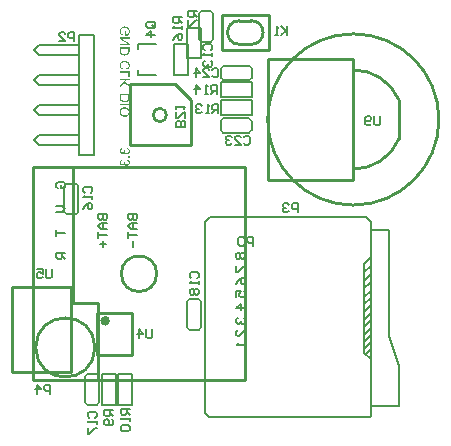
<source format=gbr>
%TF.GenerationSoftware,Altium Limited,Altium Designer,20.0.13 (296)*%
G04 Layer_Color=32896*
%FSLAX25Y25*%
%MOIN*%
%TF.FileFunction,Legend,Bot*%
%TF.Part,Single*%
G01*
G75*
%TA.AperFunction,NonConductor*%
%ADD70C,0.01000*%
%ADD71C,0.00600*%
%ADD72C,0.01575*%
%ADD73C,0.00787*%
%ADD74C,0.00500*%
G36*
X34651Y98489D02*
X34723Y98475D01*
X34790Y98454D01*
X34854Y98433D01*
X34914Y98408D01*
X34967Y98379D01*
X35021Y98351D01*
X35063Y98322D01*
X35106Y98294D01*
X35141Y98269D01*
X35173Y98244D01*
X35198Y98223D01*
X35219Y98202D01*
X35234Y98188D01*
X35241Y98181D01*
X35244Y98177D01*
X35291Y98124D01*
X35330Y98063D01*
X35361Y98007D01*
X35394Y97946D01*
X35418Y97886D01*
X35436Y97825D01*
X35454Y97769D01*
X35468Y97712D01*
X35479Y97659D01*
X35486Y97613D01*
X35493Y97570D01*
X35496Y97531D01*
Y97502D01*
X35500Y97478D01*
Y97460D01*
X35496Y97371D01*
X35486Y97289D01*
X35472Y97211D01*
X35454Y97137D01*
X35432Y97066D01*
X35408Y97002D01*
X35379Y96942D01*
X35351Y96888D01*
X35326Y96839D01*
X35298Y96796D01*
X35273Y96757D01*
X35252Y96728D01*
X35234Y96704D01*
X35219Y96686D01*
X35209Y96675D01*
X35205Y96672D01*
X35149Y96615D01*
X35088Y96569D01*
X35028Y96526D01*
X34964Y96491D01*
X34904Y96459D01*
X34843Y96434D01*
X34786Y96413D01*
X34730Y96395D01*
X34676Y96381D01*
X34630Y96374D01*
X34588Y96366D01*
X34549Y96359D01*
X34520D01*
X34495Y96356D01*
X34481D01*
X34478D01*
X34421D01*
X34364Y96363D01*
X34261Y96381D01*
X34172Y96409D01*
X34133Y96423D01*
X34098Y96438D01*
X34062Y96452D01*
X34034Y96466D01*
X34009Y96480D01*
X33991Y96494D01*
X33974Y96505D01*
X33963Y96512D01*
X33956Y96516D01*
X33952Y96519D01*
X33878Y96583D01*
X33817Y96658D01*
X33771Y96732D01*
X33732Y96803D01*
X33704Y96871D01*
X33693Y96899D01*
X33686Y96920D01*
X33679Y96942D01*
X33675Y96956D01*
X33672Y96966D01*
Y96970D01*
X33629Y96892D01*
X33586Y96824D01*
X33540Y96764D01*
X33494Y96718D01*
X33455Y96679D01*
X33423Y96654D01*
X33402Y96636D01*
X33398Y96633D01*
X33395D01*
X33327Y96594D01*
X33260Y96565D01*
X33196Y96544D01*
X33136Y96530D01*
X33086Y96523D01*
X33043Y96516D01*
X33029D01*
X33018D01*
X33011D01*
X33008D01*
X32926Y96519D01*
X32848Y96533D01*
X32777Y96555D01*
X32713Y96576D01*
X32660Y96597D01*
X32639Y96608D01*
X32621Y96618D01*
X32607Y96626D01*
X32592Y96633D01*
X32589Y96636D01*
X32585D01*
X32514Y96686D01*
X32454Y96743D01*
X32401Y96799D01*
X32355Y96856D01*
X32319Y96906D01*
X32294Y96945D01*
X32284Y96963D01*
X32277Y96974D01*
X32273Y96981D01*
Y96984D01*
X32234Y97069D01*
X32206Y97154D01*
X32184Y97240D01*
X32170Y97314D01*
X32163Y97382D01*
X32159Y97407D01*
X32156Y97431D01*
Y97478D01*
X32159Y97549D01*
X32167Y97616D01*
X32177Y97680D01*
X32191Y97744D01*
X32209Y97801D01*
X32227Y97854D01*
X32248Y97904D01*
X32266Y97946D01*
X32287Y97989D01*
X32309Y98024D01*
X32326Y98053D01*
X32344Y98081D01*
X32358Y98099D01*
X32369Y98117D01*
X32376Y98124D01*
X32380Y98127D01*
X32422Y98173D01*
X32472Y98216D01*
X32522Y98255D01*
X32571Y98290D01*
X32625Y98322D01*
X32674Y98347D01*
X32777Y98393D01*
X32823Y98411D01*
X32866Y98426D01*
X32905Y98436D01*
X32937Y98447D01*
X32965Y98454D01*
X32987Y98457D01*
X33001Y98461D01*
X33004D01*
X33075Y98060D01*
X32972Y98039D01*
X32884Y98010D01*
X32805Y97978D01*
X32745Y97943D01*
X32695Y97914D01*
X32664Y97886D01*
X32642Y97868D01*
X32635Y97861D01*
X32585Y97797D01*
X32550Y97733D01*
X32522Y97666D01*
X32504Y97605D01*
X32493Y97549D01*
X32490Y97527D01*
Y97506D01*
X32486Y97488D01*
Y97467D01*
X32493Y97382D01*
X32507Y97307D01*
X32532Y97240D01*
X32557Y97183D01*
X32585Y97140D01*
X32610Y97108D01*
X32625Y97087D01*
X32632Y97080D01*
X32660Y97052D01*
X32688Y97030D01*
X32752Y96991D01*
X32813Y96963D01*
X32869Y96945D01*
X32923Y96934D01*
X32962Y96931D01*
X32980Y96927D01*
X32990D01*
X32997D01*
X33001D01*
X33051Y96931D01*
X33097Y96938D01*
X33143Y96945D01*
X33182Y96959D01*
X33253Y96995D01*
X33310Y97030D01*
X33356Y97069D01*
X33388Y97105D01*
X33398Y97119D01*
X33406Y97126D01*
X33413Y97133D01*
Y97137D01*
X33459Y97215D01*
X33491Y97297D01*
X33516Y97375D01*
X33530Y97446D01*
X33540Y97506D01*
X33544Y97531D01*
Y97556D01*
X33547Y97574D01*
Y97620D01*
X33544Y97641D01*
X33540Y97659D01*
Y97666D01*
X33892Y97708D01*
X33878Y97648D01*
X33867Y97591D01*
X33860Y97545D01*
X33853Y97502D01*
Y97470D01*
X33849Y97446D01*
Y97424D01*
X33853Y97375D01*
X33856Y97325D01*
X33878Y97236D01*
X33906Y97158D01*
X33938Y97091D01*
X33974Y97037D01*
X33988Y97016D01*
X34002Y96998D01*
X34012Y96984D01*
X34023Y96974D01*
X34027Y96970D01*
X34030Y96966D01*
X34066Y96934D01*
X34101Y96906D01*
X34137Y96881D01*
X34176Y96860D01*
X34250Y96828D01*
X34325Y96803D01*
X34389Y96792D01*
X34414Y96789D01*
X34438Y96785D01*
X34456Y96782D01*
X34474D01*
X34481D01*
X34485D01*
X34538Y96785D01*
X34588Y96789D01*
X34683Y96814D01*
X34765Y96842D01*
X34836Y96878D01*
X34868Y96899D01*
X34893Y96917D01*
X34918Y96931D01*
X34936Y96945D01*
X34950Y96959D01*
X34960Y96970D01*
X34967Y96974D01*
X34971Y96977D01*
X35006Y97016D01*
X35035Y97055D01*
X35060Y97094D01*
X35085Y97133D01*
X35120Y97215D01*
X35141Y97293D01*
X35156Y97357D01*
X35159Y97389D01*
X35163Y97410D01*
X35166Y97431D01*
Y97460D01*
X35159Y97545D01*
X35141Y97627D01*
X35120Y97694D01*
X35092Y97755D01*
X35063Y97804D01*
X35042Y97840D01*
X35031Y97850D01*
X35024Y97861D01*
X35017Y97865D01*
Y97868D01*
X34985Y97896D01*
X34953Y97925D01*
X34879Y97975D01*
X34797Y98014D01*
X34715Y98046D01*
X34641Y98071D01*
X34609Y98077D01*
X34580Y98085D01*
X34556Y98092D01*
X34538Y98095D01*
X34527Y98099D01*
X34524D01*
X34577Y98500D01*
X34651Y98489D01*
D02*
G37*
G36*
X35443Y95273D02*
X34985D01*
Y95731D01*
X35443D01*
Y95273D01*
D02*
G37*
G36*
X34651Y94673D02*
X34723Y94659D01*
X34790Y94638D01*
X34854Y94616D01*
X34914Y94591D01*
X34967Y94563D01*
X35021Y94535D01*
X35063Y94506D01*
X35106Y94478D01*
X35141Y94453D01*
X35173Y94428D01*
X35198Y94407D01*
X35219Y94386D01*
X35234Y94371D01*
X35241Y94364D01*
X35244Y94361D01*
X35291Y94307D01*
X35330Y94247D01*
X35361Y94190D01*
X35394Y94130D01*
X35418Y94070D01*
X35436Y94009D01*
X35454Y93952D01*
X35468Y93896D01*
X35479Y93842D01*
X35486Y93796D01*
X35493Y93754D01*
X35496Y93715D01*
Y93686D01*
X35500Y93661D01*
Y93644D01*
X35496Y93555D01*
X35486Y93473D01*
X35472Y93395D01*
X35454Y93321D01*
X35432Y93249D01*
X35408Y93186D01*
X35379Y93125D01*
X35351Y93072D01*
X35326Y93022D01*
X35298Y92980D01*
X35273Y92941D01*
X35252Y92912D01*
X35234Y92888D01*
X35219Y92870D01*
X35209Y92859D01*
X35205Y92856D01*
X35149Y92799D01*
X35088Y92752D01*
X35028Y92710D01*
X34964Y92674D01*
X34904Y92642D01*
X34843Y92618D01*
X34786Y92596D01*
X34730Y92579D01*
X34676Y92564D01*
X34630Y92557D01*
X34588Y92550D01*
X34549Y92543D01*
X34520D01*
X34495Y92540D01*
X34481D01*
X34478D01*
X34421D01*
X34364Y92547D01*
X34261Y92564D01*
X34172Y92593D01*
X34133Y92607D01*
X34098Y92621D01*
X34062Y92635D01*
X34034Y92650D01*
X34009Y92664D01*
X33991Y92678D01*
X33974Y92689D01*
X33963Y92696D01*
X33956Y92699D01*
X33952Y92703D01*
X33878Y92767D01*
X33817Y92841D01*
X33771Y92916D01*
X33732Y92987D01*
X33704Y93054D01*
X33693Y93083D01*
X33686Y93104D01*
X33679Y93125D01*
X33675Y93139D01*
X33672Y93150D01*
Y93154D01*
X33629Y93076D01*
X33586Y93008D01*
X33540Y92948D01*
X33494Y92902D01*
X33455Y92863D01*
X33423Y92838D01*
X33402Y92820D01*
X33398Y92816D01*
X33395D01*
X33327Y92777D01*
X33260Y92749D01*
X33196Y92728D01*
X33136Y92713D01*
X33086Y92706D01*
X33043Y92699D01*
X33029D01*
X33018D01*
X33011D01*
X33008D01*
X32926Y92703D01*
X32848Y92717D01*
X32777Y92738D01*
X32713Y92760D01*
X32660Y92781D01*
X32639Y92792D01*
X32621Y92802D01*
X32607Y92809D01*
X32592Y92816D01*
X32589Y92820D01*
X32585D01*
X32514Y92870D01*
X32454Y92927D01*
X32401Y92983D01*
X32355Y93040D01*
X32319Y93090D01*
X32294Y93129D01*
X32284Y93147D01*
X32277Y93157D01*
X32273Y93164D01*
Y93168D01*
X32234Y93253D01*
X32206Y93338D01*
X32184Y93423D01*
X32170Y93498D01*
X32163Y93565D01*
X32159Y93590D01*
X32156Y93615D01*
Y93661D01*
X32159Y93732D01*
X32167Y93800D01*
X32177Y93864D01*
X32191Y93928D01*
X32209Y93984D01*
X32227Y94038D01*
X32248Y94087D01*
X32266Y94130D01*
X32287Y94173D01*
X32309Y94208D01*
X32326Y94236D01*
X32344Y94265D01*
X32358Y94283D01*
X32369Y94300D01*
X32376Y94307D01*
X32380Y94311D01*
X32422Y94357D01*
X32472Y94400D01*
X32522Y94439D01*
X32571Y94474D01*
X32625Y94506D01*
X32674Y94531D01*
X32777Y94577D01*
X32823Y94595D01*
X32866Y94609D01*
X32905Y94620D01*
X32937Y94630D01*
X32965Y94638D01*
X32987Y94641D01*
X33001Y94645D01*
X33004D01*
X33075Y94244D01*
X32972Y94222D01*
X32884Y94194D01*
X32805Y94162D01*
X32745Y94126D01*
X32695Y94098D01*
X32664Y94070D01*
X32642Y94052D01*
X32635Y94045D01*
X32585Y93981D01*
X32550Y93917D01*
X32522Y93849D01*
X32504Y93789D01*
X32493Y93732D01*
X32490Y93711D01*
Y93690D01*
X32486Y93672D01*
Y93651D01*
X32493Y93565D01*
X32507Y93491D01*
X32532Y93423D01*
X32557Y93367D01*
X32585Y93324D01*
X32610Y93292D01*
X32625Y93271D01*
X32632Y93264D01*
X32660Y93235D01*
X32688Y93214D01*
X32752Y93175D01*
X32813Y93147D01*
X32869Y93129D01*
X32923Y93118D01*
X32962Y93115D01*
X32980Y93111D01*
X32990D01*
X32997D01*
X33001D01*
X33051Y93115D01*
X33097Y93122D01*
X33143Y93129D01*
X33182Y93143D01*
X33253Y93178D01*
X33310Y93214D01*
X33356Y93253D01*
X33388Y93289D01*
X33398Y93303D01*
X33406Y93310D01*
X33413Y93317D01*
Y93321D01*
X33459Y93399D01*
X33491Y93480D01*
X33516Y93558D01*
X33530Y93629D01*
X33540Y93690D01*
X33544Y93715D01*
Y93739D01*
X33547Y93757D01*
Y93803D01*
X33544Y93825D01*
X33540Y93842D01*
Y93849D01*
X33892Y93892D01*
X33878Y93832D01*
X33867Y93775D01*
X33860Y93729D01*
X33853Y93686D01*
Y93654D01*
X33849Y93629D01*
Y93608D01*
X33853Y93558D01*
X33856Y93509D01*
X33878Y93420D01*
X33906Y93342D01*
X33938Y93274D01*
X33974Y93221D01*
X33988Y93200D01*
X34002Y93182D01*
X34012Y93168D01*
X34023Y93157D01*
X34027Y93154D01*
X34030Y93150D01*
X34066Y93118D01*
X34101Y93090D01*
X34137Y93065D01*
X34176Y93044D01*
X34250Y93012D01*
X34325Y92987D01*
X34389Y92976D01*
X34414Y92973D01*
X34438Y92969D01*
X34456Y92966D01*
X34474D01*
X34481D01*
X34485D01*
X34538Y92969D01*
X34588Y92973D01*
X34683Y92997D01*
X34765Y93026D01*
X34836Y93061D01*
X34868Y93083D01*
X34893Y93101D01*
X34918Y93115D01*
X34936Y93129D01*
X34950Y93143D01*
X34960Y93154D01*
X34967Y93157D01*
X34971Y93161D01*
X35006Y93200D01*
X35035Y93239D01*
X35060Y93278D01*
X35085Y93317D01*
X35120Y93399D01*
X35141Y93477D01*
X35156Y93541D01*
X35159Y93573D01*
X35163Y93594D01*
X35166Y93615D01*
Y93644D01*
X35159Y93729D01*
X35141Y93810D01*
X35120Y93878D01*
X35092Y93938D01*
X35063Y93988D01*
X35042Y94024D01*
X35031Y94034D01*
X35024Y94045D01*
X35017Y94048D01*
Y94052D01*
X34985Y94080D01*
X34953Y94109D01*
X34879Y94158D01*
X34797Y94197D01*
X34715Y94229D01*
X34641Y94254D01*
X34609Y94261D01*
X34580Y94268D01*
X34556Y94275D01*
X34538Y94279D01*
X34527Y94283D01*
X34524D01*
X34577Y94684D01*
X34651Y94673D01*
D02*
G37*
G36*
X35447Y115318D02*
X35443Y115211D01*
X35440Y115112D01*
X35429Y115023D01*
X35418Y114945D01*
X35415Y114913D01*
X35411Y114885D01*
X35404Y114856D01*
X35401Y114835D01*
X35397Y114817D01*
Y114807D01*
X35394Y114799D01*
Y114796D01*
X35369Y114714D01*
X35344Y114636D01*
X35315Y114569D01*
X35291Y114512D01*
X35266Y114466D01*
X35248Y114430D01*
X35234Y114409D01*
X35230Y114406D01*
Y114402D01*
X35184Y114342D01*
X35138Y114285D01*
X35088Y114235D01*
X35039Y114192D01*
X34996Y114153D01*
X34964Y114129D01*
X34950Y114118D01*
X34939Y114111D01*
X34936Y114104D01*
X34932D01*
X34857Y114054D01*
X34779Y114011D01*
X34698Y113972D01*
X34623Y113940D01*
X34556Y113916D01*
X34527Y113905D01*
X34502Y113894D01*
X34485Y113891D01*
X34470Y113884D01*
X34460Y113880D01*
X34456D01*
X34343Y113852D01*
X34229Y113830D01*
X34119Y113813D01*
X34016Y113802D01*
X33970Y113798D01*
X33927Y113795D01*
X33888D01*
X33856Y113791D01*
X33828D01*
X33810D01*
X33796D01*
X33792D01*
X33633Y113798D01*
X33558Y113802D01*
X33487Y113813D01*
X33420Y113823D01*
X33356Y113834D01*
X33295Y113845D01*
X33239Y113855D01*
X33189Y113869D01*
X33146Y113880D01*
X33107Y113891D01*
X33075Y113901D01*
X33051Y113912D01*
X33029Y113916D01*
X33018Y113923D01*
X33015D01*
X32894Y113976D01*
X32784Y114036D01*
X32735Y114068D01*
X32688Y114100D01*
X32646Y114132D01*
X32607Y114164D01*
X32571Y114192D01*
X32543Y114221D01*
X32514Y114246D01*
X32493Y114267D01*
X32475Y114285D01*
X32465Y114299D01*
X32458Y114306D01*
X32454Y114310D01*
X32394Y114388D01*
X32344Y114469D01*
X32305Y114548D01*
X32273Y114622D01*
X32248Y114690D01*
X32241Y114718D01*
X32234Y114743D01*
X32227Y114760D01*
X32223Y114775D01*
X32220Y114785D01*
Y114789D01*
X32213Y114828D01*
X32202Y114871D01*
X32191Y114966D01*
X32181Y115062D01*
X32177Y115158D01*
X32174Y115201D01*
Y115243D01*
X32170Y115279D01*
Y116500D01*
X35447D01*
Y115318D01*
D02*
G37*
G36*
Y112687D02*
X32170D01*
Y113120D01*
X35447D01*
Y112687D01*
D02*
G37*
G36*
X33931Y112052D02*
X34012Y112048D01*
X34162Y112027D01*
X34233Y112013D01*
X34300Y111999D01*
X34364Y111981D01*
X34421Y111963D01*
X34478Y111945D01*
X34524Y111928D01*
X34566Y111913D01*
X34602Y111899D01*
X34630Y111889D01*
X34651Y111878D01*
X34666Y111874D01*
X34669Y111871D01*
X34740Y111832D01*
X34808Y111793D01*
X34868Y111750D01*
X34928Y111704D01*
X34982Y111658D01*
X35031Y111612D01*
X35078Y111569D01*
X35120Y111523D01*
X35156Y111480D01*
X35188Y111441D01*
X35216Y111406D01*
X35237Y111377D01*
X35255Y111353D01*
X35269Y111331D01*
X35276Y111320D01*
X35280Y111317D01*
X35319Y111246D01*
X35351Y111175D01*
X35383Y111104D01*
X35408Y111033D01*
X35429Y110962D01*
X35447Y110895D01*
X35461Y110827D01*
X35472Y110767D01*
X35482Y110706D01*
X35489Y110657D01*
X35493Y110607D01*
X35496Y110568D01*
X35500Y110536D01*
Y110490D01*
X35496Y110412D01*
X35493Y110334D01*
X35468Y110185D01*
X35454Y110117D01*
X35436Y110050D01*
X35418Y109989D01*
X35401Y109932D01*
X35383Y109879D01*
X35365Y109833D01*
X35347Y109794D01*
X35333Y109758D01*
X35319Y109730D01*
X35308Y109712D01*
X35305Y109698D01*
X35301Y109695D01*
X35262Y109627D01*
X35216Y109563D01*
X35170Y109503D01*
X35124Y109450D01*
X35074Y109400D01*
X35024Y109350D01*
X34975Y109308D01*
X34928Y109269D01*
X34882Y109237D01*
X34840Y109205D01*
X34801Y109180D01*
X34769Y109159D01*
X34744Y109144D01*
X34723Y109134D01*
X34708Y109127D01*
X34705Y109123D01*
X34630Y109088D01*
X34552Y109056D01*
X34478Y109031D01*
X34400Y109006D01*
X34325Y108985D01*
X34250Y108970D01*
X34179Y108956D01*
X34112Y108946D01*
X34048Y108939D01*
X33991Y108931D01*
X33942Y108928D01*
X33899Y108924D01*
X33863Y108921D01*
X33835D01*
X33821D01*
X33814D01*
X33721Y108924D01*
X33636Y108928D01*
X33551Y108939D01*
X33469Y108949D01*
X33395Y108963D01*
X33320Y108981D01*
X33253Y108999D01*
X33193Y109017D01*
X33136Y109034D01*
X33086Y109052D01*
X33040Y109066D01*
X33004Y109084D01*
X32976Y109095D01*
X32955Y109105D01*
X32940Y109109D01*
X32937Y109112D01*
X32866Y109151D01*
X32798Y109190D01*
X32735Y109237D01*
X32678Y109279D01*
X32625Y109325D01*
X32575Y109372D01*
X32529Y109418D01*
X32486Y109464D01*
X32451Y109506D01*
X32419Y109546D01*
X32390Y109578D01*
X32369Y109609D01*
X32351Y109634D01*
X32340Y109652D01*
X32333Y109666D01*
X32330Y109670D01*
X32291Y109741D01*
X32259Y109808D01*
X32230Y109879D01*
X32206Y109950D01*
X32184Y110021D01*
X32166Y110089D01*
X32152Y110153D01*
X32142Y110216D01*
X32131Y110273D01*
X32124Y110323D01*
X32120Y110369D01*
X32117Y110412D01*
X32113Y110444D01*
Y110486D01*
X32117Y110614D01*
X32135Y110735D01*
X32156Y110848D01*
X32184Y110955D01*
X32220Y111058D01*
X32259Y111150D01*
X32301Y111235D01*
X32344Y111313D01*
X32387Y111384D01*
X32429Y111445D01*
X32468Y111495D01*
X32504Y111541D01*
X32532Y111573D01*
X32553Y111597D01*
X32571Y111615D01*
X32575Y111619D01*
X32664Y111697D01*
X32763Y111764D01*
X32862Y111821D01*
X32969Y111871D01*
X33075Y111913D01*
X33182Y111949D01*
X33285Y111977D01*
X33388Y112002D01*
X33484Y112020D01*
X33569Y112030D01*
X33650Y112041D01*
X33718Y112048D01*
X33775Y112052D01*
X33796D01*
X33817Y112055D01*
X33832D01*
X33842D01*
X33849D01*
X33853D01*
X33931Y112052D01*
D02*
G37*
G36*
X33913Y138996D02*
X34002Y138993D01*
X34084Y138982D01*
X34165Y138968D01*
X34240Y138954D01*
X34314Y138936D01*
X34382Y138918D01*
X34442Y138901D01*
X34499Y138883D01*
X34549Y138865D01*
X34591Y138847D01*
X34630Y138833D01*
X34659Y138819D01*
X34680Y138808D01*
X34694Y138805D01*
X34698Y138801D01*
X34769Y138762D01*
X34836Y138716D01*
X34896Y138670D01*
X34957Y138624D01*
X35010Y138574D01*
X35056Y138524D01*
X35102Y138475D01*
X35141Y138428D01*
X35177Y138382D01*
X35209Y138340D01*
X35234Y138301D01*
X35255Y138269D01*
X35273Y138244D01*
X35283Y138223D01*
X35291Y138208D01*
X35294Y138205D01*
X35330Y138130D01*
X35361Y138052D01*
X35390Y137978D01*
X35411Y137903D01*
X35432Y137825D01*
X35450Y137754D01*
X35465Y137683D01*
X35475Y137619D01*
X35482Y137559D01*
X35489Y137502D01*
X35493Y137452D01*
X35496Y137410D01*
X35500Y137374D01*
Y137328D01*
X35493Y137197D01*
X35479Y137069D01*
X35461Y136952D01*
X35447Y136898D01*
X35436Y136845D01*
X35425Y136799D01*
X35411Y136760D01*
X35401Y136721D01*
X35394Y136693D01*
X35383Y136664D01*
X35379Y136646D01*
X35372Y136636D01*
Y136632D01*
X35319Y136504D01*
X35259Y136384D01*
X35195Y136274D01*
X35163Y136220D01*
X35134Y136174D01*
X35106Y136132D01*
X35078Y136092D01*
X35056Y136057D01*
X35035Y136029D01*
X35017Y136004D01*
X35003Y135986D01*
X34996Y135975D01*
X34992Y135972D01*
X33775D01*
Y137360D01*
X34162D01*
Y136398D01*
X34776D01*
X34822Y136455D01*
X34861Y136519D01*
X34900Y136586D01*
X34936Y136653D01*
X34964Y136714D01*
X34978Y136739D01*
X34989Y136760D01*
X34996Y136781D01*
X35003Y136795D01*
X35006Y136802D01*
Y136806D01*
X35042Y136906D01*
X35067Y137005D01*
X35088Y137097D01*
X35099Y137179D01*
X35102Y137218D01*
X35106Y137250D01*
X35109Y137278D01*
Y137303D01*
X35113Y137324D01*
Y137353D01*
X35106Y137473D01*
X35092Y137587D01*
X35067Y137690D01*
X35056Y137740D01*
X35042Y137782D01*
X35028Y137821D01*
X35017Y137857D01*
X35003Y137889D01*
X34992Y137917D01*
X34985Y137938D01*
X34978Y137953D01*
X34971Y137963D01*
Y137967D01*
X34943Y138020D01*
X34911Y138070D01*
X34843Y138155D01*
X34769Y138230D01*
X34698Y138294D01*
X34634Y138340D01*
X34605Y138361D01*
X34584Y138375D01*
X34563Y138389D01*
X34549Y138397D01*
X34538Y138400D01*
X34534Y138404D01*
X34417Y138453D01*
X34293Y138489D01*
X34172Y138517D01*
X34055Y138535D01*
X34002Y138539D01*
X33952Y138546D01*
X33910Y138549D01*
X33871D01*
X33842Y138553D01*
X33817D01*
X33803D01*
X33799D01*
X33668Y138546D01*
X33544Y138531D01*
X33434Y138514D01*
X33381Y138503D01*
X33334Y138489D01*
X33292Y138478D01*
X33253Y138468D01*
X33221Y138457D01*
X33193Y138446D01*
X33168Y138439D01*
X33153Y138432D01*
X33143Y138428D01*
X33139D01*
X33075Y138400D01*
X33015Y138368D01*
X32958Y138333D01*
X32912Y138301D01*
X32873Y138272D01*
X32841Y138247D01*
X32823Y138233D01*
X32816Y138226D01*
X32763Y138173D01*
X32717Y138112D01*
X32674Y138056D01*
X32639Y137999D01*
X32610Y137949D01*
X32592Y137910D01*
X32585Y137896D01*
X32578Y137885D01*
X32575Y137878D01*
Y137875D01*
X32543Y137789D01*
X32522Y137704D01*
X32504Y137616D01*
X32493Y137537D01*
X32490Y137498D01*
X32486Y137466D01*
Y137434D01*
X32482Y137410D01*
Y137360D01*
X32486Y137271D01*
X32497Y137186D01*
X32511Y137111D01*
X32525Y137044D01*
X32543Y136991D01*
X32550Y136966D01*
X32557Y136948D01*
X32564Y136934D01*
X32568Y136923D01*
X32571Y136916D01*
Y136913D01*
X32607Y136842D01*
X32642Y136778D01*
X32681Y136724D01*
X32717Y136678D01*
X32752Y136646D01*
X32777Y136621D01*
X32795Y136604D01*
X32802Y136600D01*
X32859Y136561D01*
X32923Y136526D01*
X32987Y136494D01*
X33051Y136465D01*
X33107Y136444D01*
X33132Y136437D01*
X33150Y136430D01*
X33168Y136423D01*
X33182Y136419D01*
X33189Y136416D01*
X33193D01*
X33086Y136021D01*
X32969Y136057D01*
X32862Y136096D01*
X32816Y136117D01*
X32770Y136139D01*
X32731Y136156D01*
X32695Y136178D01*
X32660Y136196D01*
X32632Y136213D01*
X32607Y136231D01*
X32585Y136242D01*
X32571Y136256D01*
X32561Y136263D01*
X32553Y136267D01*
X32550Y136270D01*
X32475Y136337D01*
X32412Y136408D01*
X32358Y136483D01*
X32312Y136558D01*
X32277Y136621D01*
X32262Y136650D01*
X32252Y136675D01*
X32241Y136693D01*
X32234Y136707D01*
X32230Y136717D01*
Y136721D01*
X32191Y136831D01*
X32163Y136941D01*
X32142Y137051D01*
X32127Y137150D01*
X32124Y137197D01*
X32120Y137236D01*
X32117Y137271D01*
X32113Y137303D01*
Y137363D01*
X32117Y137452D01*
X32120Y137541D01*
X32131Y137626D01*
X32145Y137704D01*
X32159Y137782D01*
X32177Y137853D01*
X32195Y137921D01*
X32213Y137981D01*
X32234Y138034D01*
X32252Y138084D01*
X32269Y138127D01*
X32284Y138162D01*
X32298Y138191D01*
X32309Y138212D01*
X32312Y138226D01*
X32316Y138230D01*
X32355Y138297D01*
X32401Y138361D01*
X32447Y138421D01*
X32497Y138475D01*
X32550Y138528D01*
X32600Y138574D01*
X32649Y138617D01*
X32699Y138656D01*
X32749Y138688D01*
X32791Y138719D01*
X32830Y138744D01*
X32866Y138766D01*
X32894Y138780D01*
X32916Y138791D01*
X32930Y138798D01*
X32933Y138801D01*
X33011Y138837D01*
X33090Y138865D01*
X33168Y138893D01*
X33246Y138915D01*
X33395Y138950D01*
X33466Y138964D01*
X33533Y138975D01*
X33594Y138982D01*
X33650Y138989D01*
X33700Y138993D01*
X33743Y138996D01*
X33778Y139000D01*
X33803D01*
X33817D01*
X33824D01*
X33913Y138996D01*
D02*
G37*
G36*
X35447Y134921D02*
X32877D01*
X35447Y133203D01*
Y132755D01*
X32170D01*
Y133171D01*
X34744D01*
X32170Y134893D01*
Y135336D01*
X35447D01*
Y134921D01*
D02*
G37*
G36*
Y130846D02*
X35443Y130739D01*
X35440Y130640D01*
X35429Y130551D01*
X35418Y130473D01*
X35415Y130441D01*
X35411Y130412D01*
X35404Y130384D01*
X35401Y130363D01*
X35397Y130345D01*
Y130334D01*
X35394Y130327D01*
Y130324D01*
X35369Y130242D01*
X35344Y130164D01*
X35315Y130097D01*
X35291Y130040D01*
X35266Y129994D01*
X35248Y129958D01*
X35234Y129937D01*
X35230Y129933D01*
Y129930D01*
X35184Y129869D01*
X35138Y129813D01*
X35088Y129763D01*
X35039Y129720D01*
X34996Y129681D01*
X34964Y129656D01*
X34950Y129646D01*
X34939Y129639D01*
X34936Y129631D01*
X34932D01*
X34857Y129582D01*
X34779Y129539D01*
X34698Y129500D01*
X34623Y129468D01*
X34556Y129443D01*
X34527Y129433D01*
X34502Y129422D01*
X34485Y129419D01*
X34470Y129411D01*
X34460Y129408D01*
X34456D01*
X34343Y129379D01*
X34229Y129358D01*
X34119Y129340D01*
X34016Y129330D01*
X33970Y129326D01*
X33927Y129323D01*
X33888D01*
X33856Y129319D01*
X33828D01*
X33810D01*
X33796D01*
X33792D01*
X33633Y129326D01*
X33558Y129330D01*
X33487Y129340D01*
X33420Y129351D01*
X33356Y129362D01*
X33295Y129372D01*
X33239Y129383D01*
X33189Y129397D01*
X33146Y129408D01*
X33107Y129419D01*
X33075Y129429D01*
X33051Y129440D01*
X33029Y129443D01*
X33018Y129451D01*
X33015D01*
X32894Y129504D01*
X32784Y129564D01*
X32735Y129596D01*
X32688Y129628D01*
X32646Y129660D01*
X32607Y129692D01*
X32571Y129720D01*
X32543Y129749D01*
X32514Y129773D01*
X32493Y129795D01*
X32475Y129813D01*
X32465Y129827D01*
X32458Y129834D01*
X32454Y129837D01*
X32394Y129915D01*
X32344Y129997D01*
X32305Y130075D01*
X32273Y130150D01*
X32248Y130217D01*
X32241Y130246D01*
X32234Y130271D01*
X32227Y130288D01*
X32223Y130303D01*
X32220Y130313D01*
Y130317D01*
X32213Y130356D01*
X32202Y130398D01*
X32191Y130494D01*
X32181Y130590D01*
X32177Y130686D01*
X32174Y130728D01*
Y130771D01*
X32170Y130807D01*
Y132028D01*
X35447D01*
Y130846D01*
D02*
G37*
G36*
X33871Y127496D02*
X33956Y127493D01*
X34119Y127472D01*
X34197Y127461D01*
X34268Y127447D01*
X34336Y127429D01*
X34400Y127415D01*
X34456Y127397D01*
X34510Y127383D01*
X34552Y127369D01*
X34591Y127354D01*
X34620Y127344D01*
X34644Y127337D01*
X34659Y127333D01*
X34662Y127330D01*
X34737Y127294D01*
X34808Y127259D01*
X34872Y127219D01*
X34932Y127177D01*
X34989Y127134D01*
X35039Y127095D01*
X35085Y127053D01*
X35127Y127014D01*
X35166Y126975D01*
X35198Y126939D01*
X35223Y126907D01*
X35248Y126879D01*
X35266Y126857D01*
X35276Y126840D01*
X35283Y126829D01*
X35287Y126825D01*
X35326Y126762D01*
X35358Y126694D01*
X35386Y126623D01*
X35411Y126549D01*
X35429Y126478D01*
X35447Y126407D01*
X35461Y126336D01*
X35472Y126268D01*
X35482Y126204D01*
X35489Y126147D01*
X35493Y126094D01*
X35496Y126052D01*
X35500Y126013D01*
Y125963D01*
X35496Y125867D01*
X35489Y125778D01*
X35475Y125693D01*
X35457Y125611D01*
X35436Y125533D01*
X35411Y125462D01*
X35386Y125398D01*
X35361Y125338D01*
X35337Y125281D01*
X35312Y125235D01*
X35287Y125192D01*
X35266Y125161D01*
X35248Y125132D01*
X35234Y125114D01*
X35227Y125100D01*
X35223Y125097D01*
X35166Y125033D01*
X35106Y124972D01*
X35042Y124919D01*
X34978Y124869D01*
X34911Y124823D01*
X34840Y124784D01*
X34776Y124749D01*
X34708Y124717D01*
X34648Y124688D01*
X34591Y124667D01*
X34538Y124646D01*
X34495Y124632D01*
X34456Y124617D01*
X34431Y124610D01*
X34414Y124603D01*
X34407D01*
X34297Y125036D01*
X34371Y125054D01*
X34442Y125079D01*
X34510Y125104D01*
X34570Y125129D01*
X34627Y125157D01*
X34676Y125185D01*
X34723Y125214D01*
X34765Y125242D01*
X34801Y125271D01*
X34833Y125295D01*
X34861Y125320D01*
X34882Y125338D01*
X34900Y125356D01*
X34911Y125370D01*
X34918Y125377D01*
X34921Y125381D01*
X34957Y125430D01*
X34989Y125480D01*
X35017Y125530D01*
X35042Y125583D01*
X35063Y125636D01*
X35081Y125686D01*
X35106Y125785D01*
X35113Y125828D01*
X35120Y125871D01*
X35124Y125906D01*
X35127Y125938D01*
X35131Y125963D01*
Y125998D01*
X35127Y126055D01*
X35124Y126108D01*
X35106Y126211D01*
X35081Y126307D01*
X35053Y126389D01*
X35039Y126424D01*
X35028Y126456D01*
X35014Y126485D01*
X35003Y126509D01*
X34992Y126531D01*
X34985Y126545D01*
X34978Y126552D01*
Y126556D01*
X34946Y126602D01*
X34914Y126644D01*
X34840Y126723D01*
X34765Y126786D01*
X34687Y126840D01*
X34620Y126879D01*
X34591Y126897D01*
X34563Y126911D01*
X34541Y126918D01*
X34527Y126925D01*
X34517Y126932D01*
X34513D01*
X34392Y126971D01*
X34268Y127003D01*
X34144Y127024D01*
X34087Y127031D01*
X34030Y127039D01*
X33977Y127042D01*
X33931Y127046D01*
X33888Y127049D01*
X33853D01*
X33821Y127053D01*
X33799D01*
X33785D01*
X33782D01*
X33661Y127049D01*
X33547Y127039D01*
X33441Y127021D01*
X33391Y127014D01*
X33345Y127003D01*
X33306Y126992D01*
X33267Y126985D01*
X33235Y126975D01*
X33207Y126968D01*
X33185Y126964D01*
X33168Y126957D01*
X33157Y126953D01*
X33153D01*
X33043Y126907D01*
X32947Y126854D01*
X32866Y126797D01*
X32830Y126765D01*
X32795Y126737D01*
X32767Y126708D01*
X32742Y126683D01*
X32717Y126659D01*
X32699Y126641D01*
X32685Y126623D01*
X32674Y126609D01*
X32671Y126602D01*
X32667Y126598D01*
X32635Y126549D01*
X32607Y126499D01*
X32582Y126446D01*
X32561Y126392D01*
X32529Y126286D01*
X32504Y126183D01*
X32497Y126140D01*
X32493Y126098D01*
X32490Y126059D01*
X32486Y126027D01*
X32482Y125998D01*
Y125902D01*
X32490Y125846D01*
X32507Y125739D01*
X32536Y125647D01*
X32550Y125608D01*
X32564Y125569D01*
X32578Y125533D01*
X32592Y125505D01*
X32607Y125480D01*
X32621Y125459D01*
X32632Y125441D01*
X32639Y125430D01*
X32642Y125423D01*
X32646Y125420D01*
X32678Y125381D01*
X32713Y125342D01*
X32795Y125278D01*
X32884Y125217D01*
X32969Y125171D01*
X33047Y125136D01*
X33079Y125118D01*
X33107Y125107D01*
X33132Y125097D01*
X33153Y125093D01*
X33164Y125086D01*
X33168D01*
X33068Y124660D01*
X32987Y124688D01*
X32908Y124720D01*
X32834Y124752D01*
X32767Y124791D01*
X32703Y124827D01*
X32646Y124866D01*
X32592Y124905D01*
X32546Y124944D01*
X32504Y124983D01*
X32468Y125015D01*
X32436Y125047D01*
X32412Y125075D01*
X32390Y125097D01*
X32376Y125114D01*
X32369Y125125D01*
X32365Y125129D01*
X32319Y125192D01*
X32284Y125260D01*
X32248Y125327D01*
X32220Y125398D01*
X32195Y125469D01*
X32174Y125537D01*
X32159Y125604D01*
X32145Y125668D01*
X32135Y125728D01*
X32127Y125782D01*
X32120Y125831D01*
X32117Y125874D01*
X32113Y125910D01*
Y125956D01*
X32117Y126037D01*
X32120Y126116D01*
X32145Y126261D01*
X32159Y126332D01*
X32177Y126396D01*
X32195Y126460D01*
X32213Y126517D01*
X32230Y126566D01*
X32248Y126612D01*
X32266Y126655D01*
X32280Y126687D01*
X32294Y126715D01*
X32305Y126733D01*
X32309Y126747D01*
X32312Y126751D01*
X32351Y126815D01*
X32394Y126879D01*
X32440Y126936D01*
X32486Y126989D01*
X32536Y127039D01*
X32582Y127085D01*
X32632Y127124D01*
X32674Y127163D01*
X32720Y127195D01*
X32759Y127223D01*
X32795Y127248D01*
X32827Y127269D01*
X32855Y127283D01*
X32873Y127294D01*
X32887Y127301D01*
X32891Y127305D01*
X32962Y127340D01*
X33040Y127369D01*
X33114Y127393D01*
X33189Y127418D01*
X33342Y127454D01*
X33413Y127464D01*
X33480Y127475D01*
X33544Y127482D01*
X33601Y127489D01*
X33654Y127493D01*
X33700Y127496D01*
X33736Y127500D01*
X33764D01*
X33778D01*
X33785D01*
X33871Y127496D01*
D02*
G37*
G36*
X35447Y122040D02*
X35060D01*
Y123655D01*
X32170D01*
Y124088D01*
X35447D01*
Y122040D01*
D02*
G37*
G36*
Y121110D02*
X34311D01*
X33792Y120574D01*
X35447Y119410D01*
Y118834D01*
X33498Y120269D01*
X32170Y118895D01*
Y119484D01*
X33792Y121110D01*
X32170D01*
Y121543D01*
X35447D01*
Y121110D01*
D02*
G37*
%LPC*%
G36*
X35060Y116067D02*
X32557D01*
Y115311D01*
X32561Y115247D01*
X32564Y115187D01*
X32568Y115130D01*
X32571Y115080D01*
X32578Y115034D01*
X32585Y114991D01*
X32589Y114956D01*
X32596Y114924D01*
X32603Y114895D01*
X32610Y114874D01*
X32614Y114853D01*
X32617Y114839D01*
X32621Y114828D01*
X32625Y114824D01*
Y114821D01*
X32646Y114775D01*
X32667Y114732D01*
X32724Y114654D01*
X32784Y114583D01*
X32848Y114523D01*
X32905Y114477D01*
X32930Y114455D01*
X32951Y114441D01*
X32972Y114427D01*
X32987Y114416D01*
X32994Y114413D01*
X32997Y114409D01*
X33051Y114381D01*
X33111Y114352D01*
X33235Y114310D01*
X33366Y114281D01*
X33494Y114260D01*
X33555Y114253D01*
X33608Y114246D01*
X33658Y114242D01*
X33700D01*
X33736Y114239D01*
X33764D01*
X33778D01*
X33785D01*
X33920Y114242D01*
X34041Y114253D01*
X34098Y114260D01*
X34147Y114267D01*
X34197Y114274D01*
X34240Y114281D01*
X34279Y114292D01*
X34314Y114299D01*
X34346Y114306D01*
X34371Y114313D01*
X34392Y114320D01*
X34407Y114324D01*
X34414Y114327D01*
X34417D01*
X34510Y114363D01*
X34591Y114402D01*
X34662Y114441D01*
X34723Y114477D01*
X34769Y114512D01*
X34804Y114540D01*
X34826Y114558D01*
X34829Y114562D01*
X34833Y114565D01*
X34872Y114608D01*
X34907Y114657D01*
X34936Y114707D01*
X34960Y114753D01*
X34978Y114796D01*
X34992Y114828D01*
X34996Y114842D01*
X34999Y114853D01*
X35003Y114856D01*
Y114860D01*
X35021Y114934D01*
X35035Y115016D01*
X35046Y115101D01*
X35053Y115183D01*
X35056Y115254D01*
Y115286D01*
X35060Y115314D01*
Y116067D01*
D02*
G37*
G36*
X33885Y111608D02*
X33867D01*
X33860D01*
X33725Y111604D01*
X33601Y111594D01*
X33487Y111576D01*
X33384Y111555D01*
X33288Y111530D01*
X33203Y111505D01*
X33125Y111473D01*
X33054Y111441D01*
X32997Y111413D01*
X32944Y111381D01*
X32901Y111356D01*
X32866Y111328D01*
X32841Y111310D01*
X32820Y111292D01*
X32809Y111282D01*
X32805Y111278D01*
X32749Y111214D01*
X32699Y111147D01*
X32656Y111079D01*
X32621Y111012D01*
X32589Y110948D01*
X32564Y110880D01*
X32543Y110816D01*
X32525Y110756D01*
X32514Y110699D01*
X32504Y110650D01*
X32497Y110603D01*
X32490Y110564D01*
Y110529D01*
X32486Y110508D01*
Y110426D01*
X32493Y110366D01*
X32511Y110256D01*
X32539Y110156D01*
X32553Y110114D01*
X32568Y110071D01*
X32585Y110032D01*
X32600Y110000D01*
X32614Y109971D01*
X32628Y109947D01*
X32639Y109925D01*
X32646Y109911D01*
X32649Y109904D01*
X32653Y109900D01*
X32720Y109808D01*
X32795Y109730D01*
X32869Y109663D01*
X32944Y109606D01*
X33011Y109563D01*
X33040Y109546D01*
X33065Y109531D01*
X33086Y109521D01*
X33100Y109514D01*
X33111Y109506D01*
X33114D01*
X33231Y109460D01*
X33349Y109425D01*
X33466Y109400D01*
X33576Y109386D01*
X33626Y109379D01*
X33672Y109375D01*
X33711Y109372D01*
X33746D01*
X33775Y109368D01*
X33796D01*
X33810D01*
X33814D01*
X33927Y109372D01*
X34037Y109382D01*
X34137Y109396D01*
X34233Y109418D01*
X34321Y109443D01*
X34400Y109467D01*
X34474Y109499D01*
X34538Y109528D01*
X34598Y109556D01*
X34648Y109585D01*
X34691Y109613D01*
X34726Y109638D01*
X34754Y109659D01*
X34772Y109673D01*
X34786Y109684D01*
X34790Y109687D01*
X34850Y109748D01*
X34904Y109812D01*
X34946Y109879D01*
X34985Y109947D01*
X35021Y110014D01*
X35049Y110082D01*
X35070Y110145D01*
X35088Y110209D01*
X35102Y110266D01*
X35113Y110323D01*
X35120Y110369D01*
X35124Y110412D01*
X35127Y110447D01*
X35131Y110472D01*
Y110493D01*
X35127Y110582D01*
X35117Y110664D01*
X35099Y110745D01*
X35078Y110820D01*
X35053Y110891D01*
X35024Y110955D01*
X34992Y111019D01*
X34960Y111072D01*
X34932Y111122D01*
X34900Y111164D01*
X34872Y111203D01*
X34847Y111235D01*
X34826Y111260D01*
X34808Y111278D01*
X34797Y111289D01*
X34793Y111292D01*
X34726Y111349D01*
X34655Y111395D01*
X34580Y111438D01*
X34502Y111473D01*
X34424Y111505D01*
X34350Y111530D01*
X34272Y111551D01*
X34197Y111569D01*
X34130Y111583D01*
X34066Y111590D01*
X34009Y111597D01*
X33959Y111604D01*
X33917D01*
X33885Y111608D01*
D02*
G37*
G36*
X35060Y131595D02*
X32557D01*
Y130839D01*
X32561Y130775D01*
X32564Y130714D01*
X32568Y130657D01*
X32571Y130608D01*
X32578Y130562D01*
X32585Y130519D01*
X32589Y130483D01*
X32596Y130452D01*
X32603Y130423D01*
X32610Y130402D01*
X32614Y130381D01*
X32617Y130366D01*
X32621Y130356D01*
X32625Y130352D01*
Y130349D01*
X32646Y130303D01*
X32667Y130260D01*
X32724Y130182D01*
X32784Y130111D01*
X32848Y130050D01*
X32905Y130004D01*
X32930Y129983D01*
X32951Y129969D01*
X32972Y129955D01*
X32987Y129944D01*
X32994Y129940D01*
X32997Y129937D01*
X33051Y129908D01*
X33111Y129880D01*
X33235Y129837D01*
X33366Y129809D01*
X33494Y129788D01*
X33555Y129781D01*
X33608Y129773D01*
X33658Y129770D01*
X33700D01*
X33736Y129766D01*
X33764D01*
X33778D01*
X33785D01*
X33920Y129770D01*
X34041Y129781D01*
X34098Y129788D01*
X34147Y129795D01*
X34197Y129802D01*
X34240Y129809D01*
X34279Y129820D01*
X34314Y129827D01*
X34346Y129834D01*
X34371Y129841D01*
X34392Y129848D01*
X34407Y129852D01*
X34414Y129855D01*
X34417D01*
X34510Y129891D01*
X34591Y129930D01*
X34662Y129969D01*
X34723Y130004D01*
X34769Y130040D01*
X34804Y130068D01*
X34826Y130086D01*
X34829Y130089D01*
X34833Y130093D01*
X34872Y130136D01*
X34907Y130185D01*
X34936Y130235D01*
X34960Y130281D01*
X34978Y130324D01*
X34992Y130356D01*
X34996Y130370D01*
X34999Y130381D01*
X35003Y130384D01*
Y130388D01*
X35021Y130462D01*
X35035Y130544D01*
X35046Y130629D01*
X35053Y130711D01*
X35056Y130782D01*
Y130814D01*
X35060Y130842D01*
Y131595D01*
D02*
G37*
%LPD*%
D70*
X47736Y109500D02*
G03*
X47736Y109500I-2236J0D01*
G01*
X72031Y140937D02*
G03*
X72031Y133063I0J-3937D01*
G01*
X75968D02*
G03*
X75968Y140937I0J3937D01*
G01*
X44472Y56567D02*
G03*
X44472Y56567I-5906J0D01*
G01*
X23843Y32000D02*
G03*
X23843Y32000I-9843J0D01*
G01*
X138543Y108000D02*
G03*
X138543Y108000I-28543J0D01*
G01*
X110000Y91465D02*
G03*
X125197Y101483I0J16535D01*
G01*
Y114517D02*
G03*
X110000Y124535I-15197J-6517D01*
G01*
X50461Y119972D02*
X55972Y114461D01*
X35500Y119972D02*
X50461D01*
X55972Y99500D02*
Y114461D01*
X35500Y99500D02*
Y119972D01*
Y99500D02*
X55972D01*
X72031Y140937D02*
X75968D01*
X72031Y133063D02*
X75968D01*
X66126Y142905D02*
X81874D01*
X66126Y131095D02*
Y142905D01*
Y131095D02*
X81874D01*
Y142905D01*
X3134Y21134D02*
X74000D01*
X3134D02*
Y92000D01*
X74000D01*
Y21134D02*
Y92000D01*
X16520Y46724D02*
Y92000D01*
X24787Y21134D02*
Y46724D01*
X16520D02*
Y47000D01*
Y46724D02*
Y47000D01*
Y46724D02*
X24787D01*
X81457Y87724D02*
Y128276D01*
X110000Y87724D02*
Y128276D01*
X81457Y87724D02*
X110000D01*
X81457Y128276D02*
X110000D01*
X125157Y101483D02*
Y114517D01*
X-3685Y52272D02*
X16000D01*
Y23728D02*
Y52272D01*
X-3685Y23728D02*
X16000D01*
X-3685D02*
Y52272D01*
X24532Y43559D02*
X36342D01*
Y29646D02*
Y43559D01*
X24532Y29646D02*
X36342D01*
X24532D02*
Y43559D01*
D71*
X58638Y134669D02*
G03*
X59425Y133882I787J0D01*
G01*
X62575D02*
G03*
X63362Y134669I-0J787D01*
G01*
Y143331D02*
G03*
X62575Y144118I-787J-0D01*
G01*
X59425D02*
G03*
X58638Y143331I0J-787D01*
G01*
X76118Y125075D02*
G03*
X75331Y125862I-787J-0D01*
G01*
X75331Y121138D02*
G03*
X76118Y121925I-0J787D01*
G01*
X65882Y121925D02*
G03*
X66669Y121138I787J0D01*
G01*
X66669Y125862D02*
G03*
X65882Y125075I0J-787D01*
G01*
X76118Y107575D02*
G03*
X75331Y108362I-787J-0D01*
G01*
X75331Y103638D02*
G03*
X76118Y104425I-0J787D01*
G01*
X65882Y104425D02*
G03*
X66669Y103638I787J0D01*
G01*
X66669Y108362D02*
G03*
X65882Y107575I0J-787D01*
G01*
X55425Y48118D02*
G03*
X54638Y47331I0J-787D01*
G01*
X59362Y47331D02*
G03*
X58575Y48118I-787J-0D01*
G01*
X58575Y37882D02*
G03*
X59362Y38669I-0J787D01*
G01*
X54638Y38669D02*
G03*
X55425Y37882I787J0D01*
G01*
X21425Y23118D02*
G03*
X20638Y22331I0J-787D01*
G01*
X25362Y22331D02*
G03*
X24575Y23118I-787J-0D01*
G01*
X24575Y12882D02*
G03*
X25362Y13669I-0J787D01*
G01*
X20638Y13669D02*
G03*
X21425Y12882I787J0D01*
G01*
X17575Y76382D02*
G03*
X18362Y77169I-0J787D01*
G01*
X13638Y77169D02*
G03*
X14425Y76382I787J0D01*
G01*
X14425Y86618D02*
G03*
X13638Y85831I0J-787D01*
G01*
X18362Y85831D02*
G03*
X17575Y86618I-787J-0D01*
G01*
X59362Y128382D02*
Y138618D01*
X54638Y128382D02*
Y138618D01*
X59362D01*
X54638Y128382D02*
X59362D01*
X59425Y133882D02*
X62575D01*
X59425Y144118D02*
X62575D01*
X63362Y134669D02*
Y143331D01*
X58638Y134669D02*
Y143331D01*
X65882Y109638D02*
X76118D01*
X65882Y114362D02*
X76118D01*
Y109638D02*
Y114362D01*
X65882Y109638D02*
Y114362D01*
X66669Y125862D02*
X75331D01*
X66669Y121138D02*
X75331D01*
X76118Y121925D02*
Y125075D01*
X65882Y121925D02*
Y125075D01*
Y115638D02*
Y120362D01*
X76118Y115638D02*
Y120362D01*
X65882D02*
X76118D01*
X65882Y115638D02*
X76118D01*
X66669Y108362D02*
X75331D01*
X66669Y103638D02*
X75331D01*
X76118Y104425D02*
Y107575D01*
X65882Y104425D02*
Y107575D01*
X50138Y122882D02*
Y133118D01*
X54862Y122882D02*
Y133118D01*
X50138Y122882D02*
X54862D01*
X50138Y133118D02*
X54862D01*
X54638Y38669D02*
Y47331D01*
X59362Y38669D02*
Y47331D01*
X55425Y48118D02*
X58575D01*
X55425Y37882D02*
X58575D01*
X31638Y23118D02*
X36362D01*
X31638Y12882D02*
X36362D01*
Y23118D01*
X31638Y12882D02*
Y23118D01*
X26138D02*
X30862D01*
X26138Y12882D02*
X30862D01*
Y23118D01*
X26138Y12882D02*
Y23118D01*
X20638Y13669D02*
Y22331D01*
X25362Y13669D02*
Y22331D01*
X21425Y23118D02*
X24575D01*
X21425Y12882D02*
X24575D01*
X18362Y77169D02*
Y85831D01*
X13638Y77169D02*
Y85831D01*
X14425Y76382D02*
X17575D01*
X14425Y86618D02*
X17575D01*
X11501Y85001D02*
X11001Y85501D01*
Y86500D01*
X11501Y87000D01*
X13500D01*
X14000Y86500D01*
Y85501D01*
X13500Y85001D01*
X12501D01*
Y86000D01*
X11001Y79000D02*
X13000D01*
X14000Y78000D01*
X13000Y77001D01*
X11001D01*
Y71000D02*
Y69001D01*
Y70000D01*
X14000D01*
Y63500D02*
X11001D01*
Y62001D01*
X11501Y61501D01*
X12501D01*
X13000Y62001D01*
Y63500D01*
Y62500D02*
X14000Y61501D01*
X74100Y33400D02*
Y32400D01*
Y32900D01*
X71101D01*
X71601Y33400D01*
X74000Y35701D02*
Y37700D01*
X72001Y35701D01*
X71501D01*
X71001Y36200D01*
Y37200D01*
X71501Y37700D01*
Y41900D02*
X71001Y41400D01*
Y40400D01*
X71501Y39901D01*
X72001D01*
X72500Y40400D01*
Y40900D01*
Y40400D01*
X73000Y39901D01*
X73500D01*
X74000Y40400D01*
Y41400D01*
X73500Y41900D01*
X74000Y45101D02*
X71001D01*
X72500Y46600D01*
Y44601D01*
X70901Y48801D02*
Y50800D01*
X72400D01*
X71901Y49800D01*
Y49301D01*
X72400Y48801D01*
X73400D01*
X73900Y49301D01*
Y50300D01*
X73400Y50800D01*
X70901Y53001D02*
X71401Y54000D01*
X72400Y55000D01*
X73400D01*
X73900Y54500D01*
Y53500D01*
X73400Y53001D01*
X72900D01*
X72400Y53500D01*
Y55000D01*
X70901Y59200D02*
Y57201D01*
X71401D01*
X73400Y59200D01*
X73900D01*
X71301Y63600D02*
X70801Y63100D01*
Y62100D01*
X71301Y61601D01*
X71801D01*
X72300Y62100D01*
X72800Y61601D01*
X73300D01*
X73800Y62100D01*
Y63100D01*
X73300Y63600D01*
X72800D01*
X72300Y63100D01*
X71801Y63600D01*
X71301D01*
X72300Y63100D02*
Y62100D01*
X73599Y66401D02*
X73099Y65901D01*
X72100D01*
X71600Y66401D01*
Y68400D01*
X72100Y68900D01*
X73099D01*
X73599Y68400D01*
X76598Y65901D02*
Y68900D01*
X75099D01*
X74599Y68400D01*
Y67400D01*
X75099Y66901D01*
X76598D01*
X88000Y138999D02*
Y136000D01*
Y137000D01*
X86001Y138999D01*
X87500Y137499D01*
X86001Y136000D01*
X85001D02*
X84001D01*
X84501D01*
Y138999D01*
X85001Y138499D01*
X53000Y142000D02*
X50001D01*
Y140500D01*
X50501Y140001D01*
X51500D01*
X52000Y140500D01*
Y142000D01*
Y141000D02*
X53000Y140001D01*
Y139001D02*
Y138001D01*
Y138501D01*
X50001D01*
X50501Y139001D01*
X50001Y134502D02*
X50501Y135502D01*
X51500Y136502D01*
X52500D01*
X53000Y136002D01*
Y135002D01*
X52500Y134502D01*
X52000D01*
X51500Y135002D01*
Y136502D01*
X43500Y138501D02*
X41501D01*
X41001Y139000D01*
Y140000D01*
X41501Y140500D01*
X43500D01*
X44000Y140000D01*
Y139000D01*
X43000Y139500D02*
X44000Y138501D01*
Y139000D02*
X43500Y138501D01*
X44000Y136001D02*
X41001D01*
X42500Y137501D01*
Y135502D01*
X53999Y105500D02*
X51000D01*
Y107000D01*
X51500Y107499D01*
X52000D01*
X52500Y107000D01*
Y105500D01*
Y107000D01*
X52999Y107499D01*
X53499D01*
X53999Y107000D01*
Y105500D01*
Y108499D02*
Y110498D01*
X53499D01*
X51500Y108499D01*
X51000D01*
Y110498D01*
Y111498D02*
Y112498D01*
Y111998D01*
X53999D01*
X53499Y111498D01*
X60501Y131001D02*
X60001Y131500D01*
Y132500D01*
X60501Y133000D01*
X62500D01*
X63000Y132500D01*
Y131500D01*
X62500Y131001D01*
X63000Y130001D02*
Y129001D01*
Y129501D01*
X60001D01*
X60501Y130001D01*
Y127502D02*
X60001Y127002D01*
Y126002D01*
X60501Y125502D01*
X61001D01*
X61501Y126002D01*
Y126502D01*
Y126002D01*
X62000Y125502D01*
X62500D01*
X63000Y126002D01*
Y127002D01*
X62500Y127502D01*
X20501Y83501D02*
X20001Y84000D01*
Y85000D01*
X20501Y85500D01*
X22500D01*
X23000Y85000D01*
Y84000D01*
X22500Y83501D01*
X23000Y82501D02*
Y81501D01*
Y82001D01*
X20001D01*
X20501Y82501D01*
X20001Y78002D02*
X20501Y79002D01*
X21500Y80002D01*
X22500D01*
X23000Y79502D01*
Y78502D01*
X22500Y78002D01*
X22000D01*
X21500Y78502D01*
Y80002D01*
X22001Y8501D02*
X21501Y9001D01*
Y10000D01*
X22001Y10500D01*
X24000D01*
X24500Y10000D01*
Y9001D01*
X24000Y8501D01*
X24500Y7501D02*
Y6501D01*
Y7001D01*
X21501D01*
X22001Y7501D01*
X21501Y5002D02*
Y3002D01*
X22001D01*
X24000Y5002D01*
X24500D01*
X56001Y55001D02*
X55501Y55501D01*
Y56500D01*
X56001Y57000D01*
X58000D01*
X58500Y56500D01*
Y55501D01*
X58000Y55001D01*
X58500Y54001D02*
Y53001D01*
Y53501D01*
X55501D01*
X56001Y54001D01*
Y51502D02*
X55501Y51002D01*
Y50002D01*
X56001Y49502D01*
X56501D01*
X57000Y50002D01*
X57500Y49502D01*
X58000D01*
X58500Y50002D01*
Y51002D01*
X58000Y51502D01*
X57500D01*
X57000Y51002D01*
X56501Y51502D01*
X56001D01*
X57000Y51002D02*
Y50002D01*
X73501Y101999D02*
X74001Y102499D01*
X75000D01*
X75500Y101999D01*
Y100000D01*
X75000Y99500D01*
X74001D01*
X73501Y100000D01*
X70502Y99500D02*
X72501D01*
X70502Y101499D01*
Y101999D01*
X71001Y102499D01*
X72001D01*
X72501Y101999D01*
X69502D02*
X69002Y102499D01*
X68002D01*
X67503Y101999D01*
Y101499D01*
X68002Y100999D01*
X68502D01*
X68002D01*
X67503Y100500D01*
Y100000D01*
X68002Y99500D01*
X69002D01*
X69502Y100000D01*
X63001Y124499D02*
X63500Y124999D01*
X64500D01*
X65000Y124499D01*
Y122500D01*
X64500Y122000D01*
X63500D01*
X63001Y122500D01*
X60002Y122000D02*
X62001D01*
X60002Y123999D01*
Y124499D01*
X60501Y124999D01*
X61501D01*
X62001Y124499D01*
X57502Y122000D02*
Y124999D01*
X59002Y123500D01*
X57003D01*
X17000Y134000D02*
Y136999D01*
X15500D01*
X15001Y136499D01*
Y135500D01*
X15500Y135000D01*
X17000D01*
X12002Y134000D02*
X14001D01*
X12002Y135999D01*
Y136499D01*
X12501Y136999D01*
X13501D01*
X14001Y136499D01*
X91500Y77000D02*
Y79999D01*
X90000D01*
X89501Y79499D01*
Y78500D01*
X90000Y78000D01*
X91500D01*
X88501Y79499D02*
X88001Y79999D01*
X87001D01*
X86502Y79499D01*
Y78999D01*
X87001Y78500D01*
X87501D01*
X87001D01*
X86502Y78000D01*
Y77500D01*
X87001Y77000D01*
X88001D01*
X88501Y77500D01*
X9000Y16500D02*
Y19499D01*
X7501D01*
X7001Y18999D01*
Y18000D01*
X7501Y17500D01*
X9000D01*
X4501Y16500D02*
Y19499D01*
X6001Y18000D01*
X4002D01*
X58000Y144000D02*
X55001D01*
Y142500D01*
X55501Y142001D01*
X56501D01*
X57000Y142500D01*
Y144000D01*
Y143000D02*
X58000Y142001D01*
X55001Y141001D02*
Y139002D01*
X55501D01*
X57500Y141001D01*
X58000D01*
X30000Y11000D02*
X27001D01*
Y9500D01*
X27501Y9001D01*
X28501D01*
X29000Y9500D01*
Y11000D01*
Y10000D02*
X30000Y9001D01*
X29500Y8001D02*
X30000Y7501D01*
Y6501D01*
X29500Y6002D01*
X27501D01*
X27001Y6501D01*
Y7501D01*
X27501Y8001D01*
X28001D01*
X28501Y7501D01*
Y6002D01*
X35500Y11500D02*
X32501D01*
Y10001D01*
X33001Y9501D01*
X34001D01*
X34500Y10001D01*
Y11500D01*
Y10500D02*
X35500Y9501D01*
Y8501D02*
Y7501D01*
Y8001D01*
X32501D01*
X33001Y8501D01*
Y6002D02*
X32501Y5502D01*
Y4502D01*
X33001Y4002D01*
X35000D01*
X35500Y4502D01*
Y5502D01*
X35000Y6002D01*
X33001D01*
X65000Y110000D02*
Y112999D01*
X63500D01*
X63001Y112499D01*
Y111500D01*
X63500Y111000D01*
X65000D01*
X64000D02*
X63001Y110000D01*
X62001D02*
X61001D01*
X61501D01*
Y112999D01*
X62001Y112499D01*
X59502D02*
X59002Y112999D01*
X58002D01*
X57502Y112499D01*
Y111999D01*
X58002Y111500D01*
X58502D01*
X58002D01*
X57502Y111000D01*
Y110500D01*
X58002Y110000D01*
X59002D01*
X59502Y110500D01*
X64500Y116500D02*
Y119499D01*
X63001D01*
X62501Y118999D01*
Y117999D01*
X63001Y117500D01*
X64500D01*
X63500D02*
X62501Y116500D01*
X61501D02*
X60501D01*
X61001D01*
Y119499D01*
X61501Y118999D01*
X57502Y116500D02*
Y119499D01*
X59002Y117999D01*
X57002D01*
X9500Y57999D02*
Y55500D01*
X9000Y55000D01*
X8000D01*
X7501Y55500D01*
Y57999D01*
X4502D02*
X6501D01*
Y56499D01*
X5501Y56999D01*
X5001D01*
X4502Y56499D01*
Y55500D01*
X5001Y55000D01*
X6001D01*
X6501Y55500D01*
X119000Y108999D02*
Y106500D01*
X118500Y106000D01*
X117500D01*
X117001Y106500D01*
Y108999D01*
X116001Y106500D02*
X115501Y106000D01*
X114501D01*
X114002Y106500D01*
Y108499D01*
X114501Y108999D01*
X115501D01*
X116001Y108499D01*
Y107999D01*
X115501Y107500D01*
X114002D01*
X43000Y37999D02*
Y35500D01*
X42500Y35000D01*
X41500D01*
X41001Y35500D01*
Y37999D01*
X38501Y35000D02*
Y37999D01*
X40001Y36500D01*
X38002D01*
X25001Y76500D02*
X28000D01*
Y75001D01*
X27500Y74501D01*
X27000D01*
X26500Y75001D01*
Y76500D01*
Y75001D01*
X26001Y74501D01*
X25501D01*
X25001Y75001D01*
Y76500D01*
X28000Y73501D02*
X26001D01*
X25001Y72501D01*
X26001Y71502D01*
X28000D01*
X26500D01*
Y73501D01*
X25001Y70502D02*
Y68503D01*
Y69502D01*
X28000D01*
X26500Y67503D02*
Y65504D01*
X25501Y66503D02*
X27500D01*
X35001Y76500D02*
X38000D01*
Y75001D01*
X37500Y74501D01*
X37000D01*
X36500Y75001D01*
Y76500D01*
Y75001D01*
X36001Y74501D01*
X35501D01*
X35001Y75001D01*
Y76500D01*
X38000Y73501D02*
X36001D01*
X35001Y72501D01*
X36001Y71502D01*
X38000D01*
X36500D01*
Y73501D01*
X35001Y70502D02*
Y68503D01*
Y69502D01*
X38000D01*
X36500Y67503D02*
Y65504D01*
D72*
X28075Y40882D02*
G03*
X28075Y40882I-787J0D01*
G01*
D73*
X18500Y96000D02*
Y136000D01*
X23500D01*
X18500Y96000D02*
X23500D01*
X5167Y99333D02*
X18500D01*
X3500Y101000D02*
X5167Y99333D01*
X3500Y101000D02*
X5167Y102667D01*
X18500D01*
X5167Y109333D02*
X18500D01*
X3500Y111000D02*
X5167Y109333D01*
X3500Y111000D02*
X5167Y112667D01*
X18500D01*
X5167Y119333D02*
X18500D01*
X3500Y121000D02*
X5167Y119333D01*
X3500Y121000D02*
X5167Y122667D01*
X18500D01*
X5167Y129333D02*
X18500D01*
X3500Y131000D02*
X5167Y129333D01*
X3500Y131000D02*
X5167Y132667D01*
X18500D01*
X23500Y96000D02*
Y136000D01*
X38374Y122882D02*
Y124653D01*
Y131346D02*
Y133118D01*
X44181D01*
X38374Y122882D02*
X44181D01*
D74*
X122000Y35800D02*
X125200Y25700D01*
X115800Y71100D02*
X122000D01*
Y35700D02*
Y71100D01*
X125200Y12500D02*
Y25700D01*
X115900Y12500D02*
X125200D01*
X114200Y29901D02*
X115800Y31500D01*
X114200Y29599D02*
Y29901D01*
X113600Y31500D02*
X115800Y33700D01*
X113600Y33800D02*
X115800Y36000D01*
X113600Y33700D02*
Y33800D01*
Y36300D02*
X115800Y38500D01*
X113600Y35800D02*
Y36300D01*
X113700Y38900D02*
X115800Y41000D01*
X113600Y38900D02*
X113700D01*
X113600Y41300D02*
X115800Y43500D01*
X113600Y41200D02*
Y41300D01*
Y43900D02*
X115800Y46100D01*
X113600Y43500D02*
Y43900D01*
X113700Y46500D02*
X115800Y48600D01*
X113600Y46500D02*
X113700D01*
X113600Y48700D02*
X115800Y50900D01*
X113600Y48600D02*
Y48700D01*
Y51700D02*
X115500Y53600D01*
X115800D01*
X113800Y54500D02*
X115800Y56500D01*
X113600Y54500D02*
X113800D01*
X113700Y57000D02*
X115800Y59100D01*
X113600Y57000D02*
X113700D01*
X115800Y9100D02*
Y28000D01*
X113600Y30200D02*
X115800Y28000D01*
X113600Y30200D02*
Y59900D01*
X115800Y62100D01*
Y73900D01*
X62200Y75600D02*
X114100D01*
X60500Y73900D02*
X62200Y75600D01*
X60500Y10200D02*
Y73900D01*
Y10200D02*
X62000Y8700D01*
X115400D01*
X115800Y9100D01*
Y73900D01*
X114100Y75600D02*
X115800Y73900D01*
%TF.MD5,10bb42872bd120dec587bea28fd74325*%
M02*

</source>
